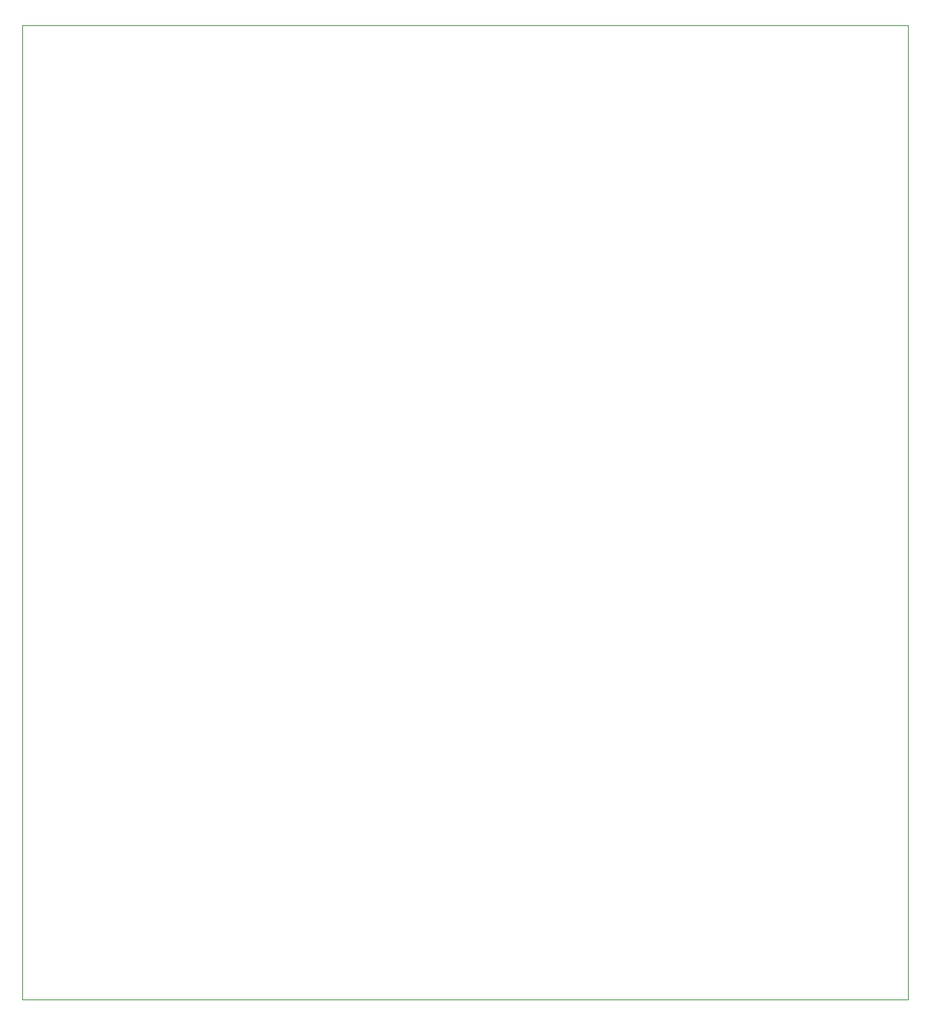
<source format=gm1>
G04 #@! TF.GenerationSoftware,KiCad,Pcbnew,8.0.2-1*
G04 #@! TF.CreationDate,2024-06-17T09:11:19+02:00*
G04 #@! TF.ProjectId,3340,33333430-2e6b-4696-9361-645f70636258,rev?*
G04 #@! TF.SameCoordinates,Original*
G04 #@! TF.FileFunction,Profile,NP*
%FSLAX46Y46*%
G04 Gerber Fmt 4.6, Leading zero omitted, Abs format (unit mm)*
G04 Created by KiCad (PCBNEW 8.0.2-1) date 2024-06-17 09:11:19*
%MOMM*%
%LPD*%
G01*
G04 APERTURE LIST*
G04 #@! TA.AperFunction,Profile*
%ADD10C,0.100000*%
G04 #@! TD*
G04 APERTURE END LIST*
D10*
X50000000Y-50000000D02*
X151000000Y-50000000D01*
X151000000Y-161000000D01*
X50000000Y-161000000D01*
X50000000Y-50000000D01*
M02*

</source>
